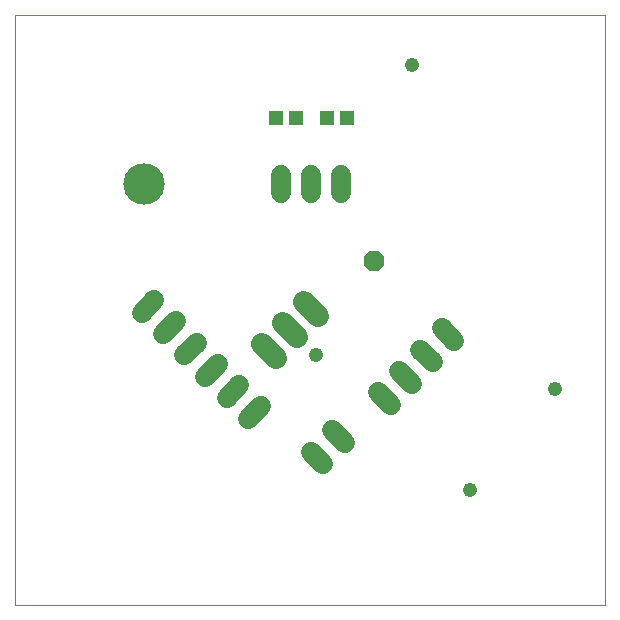
<source format=gts>
G75*
%MOIN*%
%OFA0B0*%
%FSLAX24Y24*%
%IPPOS*%
%LPD*%
%AMOC8*
5,1,8,0,0,1.08239X$1,22.5*
%
%ADD10C,0.0000*%
%ADD11C,0.0680*%
%ADD12OC8,0.0680*%
%ADD13C,0.0740*%
%ADD14C,0.1380*%
%ADD15R,0.0513X0.0474*%
%ADD16C,0.0476*%
D10*
X000100Y000100D02*
X000100Y019785D01*
X019785Y019785D01*
X019785Y000100D01*
X000100Y000100D01*
X003751Y014156D02*
X003753Y014206D01*
X003759Y014256D01*
X003769Y014306D01*
X003782Y014354D01*
X003799Y014402D01*
X003820Y014448D01*
X003844Y014492D01*
X003872Y014534D01*
X003903Y014574D01*
X003937Y014611D01*
X003974Y014646D01*
X004013Y014677D01*
X004054Y014706D01*
X004098Y014731D01*
X004144Y014753D01*
X004191Y014771D01*
X004239Y014785D01*
X004288Y014796D01*
X004338Y014803D01*
X004388Y014806D01*
X004439Y014805D01*
X004489Y014800D01*
X004539Y014791D01*
X004587Y014779D01*
X004635Y014762D01*
X004681Y014742D01*
X004726Y014719D01*
X004769Y014692D01*
X004809Y014662D01*
X004847Y014629D01*
X004882Y014593D01*
X004915Y014554D01*
X004944Y014513D01*
X004970Y014470D01*
X004993Y014425D01*
X005012Y014378D01*
X005027Y014330D01*
X005039Y014281D01*
X005047Y014231D01*
X005051Y014181D01*
X005051Y014131D01*
X005047Y014081D01*
X005039Y014031D01*
X005027Y013982D01*
X005012Y013934D01*
X004993Y013887D01*
X004970Y013842D01*
X004944Y013799D01*
X004915Y013758D01*
X004882Y013719D01*
X004847Y013683D01*
X004809Y013650D01*
X004769Y013620D01*
X004726Y013593D01*
X004681Y013570D01*
X004635Y013550D01*
X004587Y013533D01*
X004539Y013521D01*
X004489Y013512D01*
X004439Y013507D01*
X004388Y013506D01*
X004338Y013509D01*
X004288Y013516D01*
X004239Y013527D01*
X004191Y013541D01*
X004144Y013559D01*
X004098Y013581D01*
X004054Y013606D01*
X004013Y013635D01*
X003974Y013666D01*
X003937Y013701D01*
X003903Y013738D01*
X003872Y013778D01*
X003844Y013820D01*
X003820Y013864D01*
X003799Y013910D01*
X003782Y013958D01*
X003769Y014006D01*
X003759Y014056D01*
X003753Y014106D01*
X003751Y014156D01*
D11*
X004756Y010265D02*
X004332Y009841D01*
X005039Y009133D02*
X005463Y009558D01*
X006170Y008851D02*
X005746Y008426D01*
X006453Y007719D02*
X006878Y008143D01*
X007585Y007436D02*
X007160Y007012D01*
X007868Y006305D02*
X008292Y006729D01*
X009966Y005223D02*
X010390Y004799D01*
X011098Y005506D02*
X010673Y005931D01*
X012209Y007206D02*
X012633Y006782D01*
X013340Y007489D02*
X012916Y007913D01*
X013623Y008621D02*
X014048Y008196D01*
X014755Y008903D02*
X014330Y009328D01*
X010962Y013855D02*
X010962Y014455D01*
X009962Y014455D02*
X009962Y013855D01*
X008962Y013855D02*
X008962Y014455D01*
D12*
X012072Y011585D03*
D13*
X010220Y009751D02*
X009753Y010218D01*
X009046Y009510D02*
X009513Y009044D01*
X008806Y008337D02*
X008339Y008803D01*
D14*
X004401Y014156D03*
D15*
X008797Y016345D03*
X009467Y016345D03*
X010517Y016325D03*
X011187Y016325D03*
D16*
X013342Y018115D03*
X010142Y008455D03*
X015262Y003925D03*
X018102Y007305D03*
M02*

</source>
